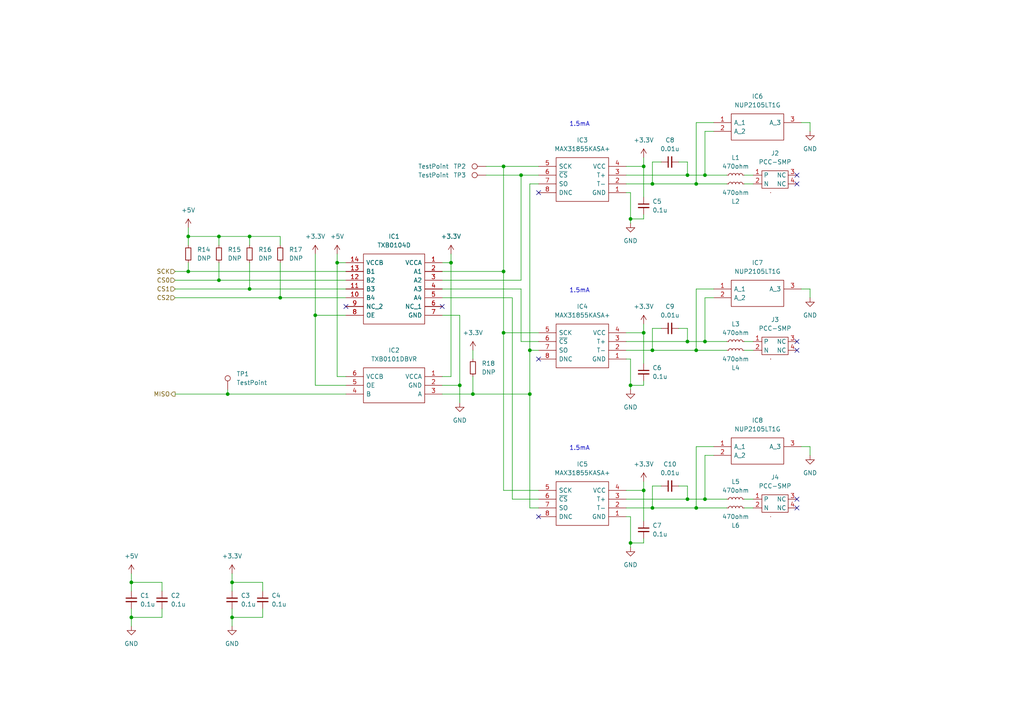
<source format=kicad_sch>
(kicad_sch (version 20211123) (generator eeschema)
  (paper "A4")
  (lib_symbols
    (symbol "Connector:TestPoint" (pin_numbers hide) (pin_names (offset 0.762) hide)
      (property "Reference" "TP" (at 0 6.858 0))
      (property "Value" "TestPoint" (at 0 5.08 0))
      (symbol "TestPoint_0_1"
        (circle (center 0 3.302) (radius 0.762))
      )
      (symbol "TestPoint_1_1"
        (pin passive line (at 0 0 90) (length 2.54) (name "1") (number "1"))
      )
    )
    (symbol "Device:C_Small" (pin_numbers hide) (pin_names (offset 0.254) hide)
      (property "Reference" "C" (at 0.254 1.778 0))
      (property "Value" "C_Small" (at 0.254 -2.032 0))
      (symbol "C_Small_0_1"
        (polyline (pts (xy -1.524 -0.508) (xy 1.524 -0.508)) (stroke (width 0.3302)))
        (polyline (pts (xy -1.524 0.508) (xy 1.524 0.508)) (stroke (width 0.3048)))
      )
      (symbol "C_Small_1_1"
        (pin passive line (at 0 2.54 270) (length 2.032) (name "~") (number "1"))
        (pin passive line (at 0 -2.54 90) (length 2.032) (name "~") (number "2"))
      )
    )
    (symbol "Device:L_Small" (pin_numbers hide) (pin_names (offset 0.254) hide)
      (property "Reference" "L" (at 0.762 1.016 0))
      (property "Value" "L_Small" (at 0.762 -1.016 0))
      (symbol "L_Small_0_1"
        (arc (start 0 -2.032) (mid 0.508 -1.524) (end 0 -1.016))
        (arc (start 0 -1.016) (mid 0.508 -0.508) (end 0 0))
        (arc (start 0 0) (mid 0.508 0.508) (end 0 1.016))
        (arc (start 0 1.016) (mid 0.508 1.524) (end 0 2.032))
      )
      (symbol "L_Small_1_1"
        (pin passive line (at 0 2.54 270) (length 0.508) (name "~") (number "1"))
        (pin passive line (at 0 -2.54 90) (length 0.508) (name "~") (number "2"))
      )
    )
    (symbol "Device:R_Small" (pin_numbers hide) (pin_names (offset 0.254) hide)
      (property "Reference" "R" (at 0.762 0.508 0))
      (property "Value" "R_Small" (at 0.762 -1.016 0))
      (symbol "R_Small_0_1"
        (rectangle (start -0.762 1.778) (end 0.762 -1.778) (stroke (width 0.2032)))
      )
      (symbol "R_Small_1_1"
        (pin passive line (at 0 2.54 270) (length 0.762) (name "~") (number "1"))
        (pin passive line (at 0 -2.54 90) (length 0.762) (name "~") (number "2"))
      )
    )
    (symbol "LibraryLoader:MAX31855KASA+" (pin_names (offset 0.762))
      (property "Reference" "IC" (at 21.59 7.62 0))
      (property "Value" "MAX31855KASA+" (at 21.59 5.08 0))
      (symbol "MAX31855KASA+_0_0"
        (pin passive line (at 0 0 0) (length 5.08) (name "GND") (number "1"))
        (pin passive line (at 0 -2.54 0) (length 5.08) (name "T-") (number "2"))
        (pin passive line (at 0 -5.08 0) (length 5.08) (name "T+") (number "3"))
        (pin passive line (at 0 -7.62 0) (length 5.08) (name "VCC") (number "4"))
        (pin passive line (at 25.4 -7.62 180) (length 5.08) (name "SCK") (number "5"))
        (pin passive line (at 25.4 -5.08 180) (length 5.08) (name "~{CS}") (number "6"))
        (pin passive line (at 25.4 -2.54 180) (length 5.08) (name "SO") (number "7"))
        (pin passive line (at 25.4 0 180) (length 5.08) (name "DNC") (number "8"))
      )
      (symbol "MAX31855KASA+_0_1"
        (polyline (pts (xy 5.08 2.54) (xy 20.32 2.54) (xy 20.32 -10.16) (xy 5.08 -10.16) (xy 5.08 2.54)) (stroke (width 0.1524)))
      )
    )
    (symbol "LibraryLoader:NUP2105LT1G" (pin_names (offset 0.762))
      (property "Reference" "IC" (at 21.59 7.62 0))
      (property "Value" "NUP2105LT1G" (at 21.59 5.08 0))
      (symbol "NUP2105LT1G_0_0"
        (pin passive line (at 0 0 0) (length 5.08) (name "A_1") (number "1"))
        (pin passive line (at 0 -2.54 0) (length 5.08) (name "A_2") (number "2"))
        (pin passive line (at 25.4 0 180) (length 5.08) (name "A_3") (number "3"))
      )
      (symbol "NUP2105LT1G_0_1"
        (polyline (pts (xy 5.08 2.54) (xy 20.32 2.54) (xy 20.32 -5.08) (xy 5.08 -5.08) (xy 5.08 2.54)) (stroke (width 0.1524)))
      )
    )
    (symbol "LibraryLoader:TXB0101DBVR" (pin_names (offset 0.762))
      (property "Reference" "IC" (at 24.13 7.62 0))
      (property "Value" "TXB0101DBVR" (at 24.13 5.08 0))
      (symbol "TXB0101DBVR_0_0"
        (pin passive line (at 0 0 0) (length 5.08) (name "VCCA") (number "1"))
        (pin passive line (at 0 -2.54 0) (length 5.08) (name "GND") (number "2"))
        (pin passive line (at 0 -5.08 0) (length 5.08) (name "A") (number "3"))
        (pin passive line (at 27.94 -5.08 180) (length 5.08) (name "B") (number "4"))
        (pin passive line (at 27.94 -2.54 180) (length 5.08) (name "OE") (number "5"))
        (pin passive line (at 27.94 0 180) (length 5.08) (name "VCCB") (number "6"))
      )
      (symbol "TXB0101DBVR_0_1"
        (polyline (pts (xy 5.08 2.54) (xy 22.86 2.54) (xy 22.86 -7.62) (xy 5.08 -7.62) (xy 5.08 2.54)) (stroke (width 0.1524)))
      )
    )
    (symbol "LibraryLoader:TXB0104D" (pin_names (offset 0.762))
      (property "Reference" "IC" (at 24.13 7.62 0))
      (property "Value" "TXB0104D" (at 24.13 5.08 0))
      (symbol "TXB0104D_0_0"
        (pin passive line (at 0 0 0) (length 5.08) (name "VCCA") (number "1"))
        (pin passive line (at 27.94 -10.16 180) (length 5.08) (name "B4") (number "10"))
        (pin passive line (at 27.94 -7.62 180) (length 5.08) (name "B3") (number "11"))
        (pin passive line (at 27.94 -5.08 180) (length 5.08) (name "B2") (number "12"))
        (pin passive line (at 27.94 -2.54 180) (length 5.08) (name "B1") (number "13"))
        (pin passive line (at 27.94 0 180) (length 5.08) (name "VCCB") (number "14"))
        (pin passive line (at 0 -2.54 0) (length 5.08) (name "A1") (number "2"))
        (pin passive line (at 0 -5.08 0) (length 5.08) (name "A2") (number "3"))
        (pin passive line (at 0 -7.62 0) (length 5.08) (name "A3") (number "4"))
        (pin passive line (at 0 -10.16 0) (length 5.08) (name "A4") (number "5"))
        (pin passive line (at 0 -12.7 0) (length 5.08) (name "NC_1") (number "6"))
        (pin passive line (at 0 -15.24 0) (length 5.08) (name "GND") (number "7"))
        (pin passive line (at 27.94 -15.24 180) (length 5.08) (name "OE") (number "8"))
        (pin passive line (at 27.94 -12.7 180) (length 5.08) (name "NC_2") (number "9"))
      )
      (symbol "TXB0104D_0_1"
        (polyline (pts (xy 5.08 2.54) (xy 22.86 2.54) (xy 22.86 -17.78) (xy 5.08 -17.78) (xy 5.08 2.54)) (stroke (width 0.1524)))
      )
    )
    (symbol "mt_reflowcnt:PCC-SMP"
      (property "Reference" "J" (at 0 3.81 0))
      (property "Value" "PCC-SMP" (at 0 -3.81 0))
      (symbol "PCC-SMP_0_1"
        (rectangle (start -3.81 2.54) (end 3.81 -2.54))
        (rectangle (start -1.27 -3.81) (end -1.27 -3.81))
        (rectangle (start -1.27 -3.81) (end -1.27 -3.81))
        (rectangle (start -1.27 -3.81) (end -1.27 -3.81))
        (rectangle (start -1.27 -3.81) (end -1.27 -3.81))
        (rectangle (start -1.27 -3.81) (end -1.27 -3.81))
      )
      (symbol "PCC-SMP_1_1"
        (pin passive line (at -6.35 1.27 0) (length 2.54) (name "P") (number "1"))
        (pin passive line (at -6.35 -1.27 0) (length 2.54) (name "N") (number "2"))
        (pin free line (at 6.35 1.27 180) (length 2.54) (name "NC") (number "3"))
        (pin free line (at 6.35 -1.27 180) (length 2.54) (name "NC") (number "4"))
      )
    )
    (symbol "power:+3.3V" (power) (pin_names (offset 0))
      (property "Value" "+3.3V" (at 0 3.556 0))
      (symbol "+3.3V_0_1"
        (polyline (pts (xy -0.762 1.27) (xy 0 2.54)))
        (polyline (pts (xy 0 0) (xy 0 2.54)))
        (polyline (pts (xy 0 2.54) (xy 0.762 1.27)))
      )
      (symbol "+3.3V_1_1"
        (pin power_in line (at 0 0 90) (length 0) hide (name "+3.3V") (number "1"))
      )
    )
    (symbol "power:+5V" (power) (pin_names (offset 0))
      (property "Value" "+5V" (at 0 3.556 0))
      (symbol "+5V_0_1"
        (polyline (pts (xy -0.762 1.27) (xy 0 2.54)))
        (polyline (pts (xy 0 0) (xy 0 2.54)))
        (polyline (pts (xy 0 2.54) (xy 0.762 1.27)))
      )
      (symbol "+5V_1_1"
        (pin power_in line (at 0 0 90) (length 0) hide (name "+5V") (number "1"))
      )
    )
    (symbol "power:GND" (power) (pin_names (offset 0))
      (property "Value" "GND" (at 0 -3.81 0))
      (symbol "GND_0_1"
        (polyline (pts (xy 0 0) (xy 0 -1.27) (xy 1.27 -1.27) (xy 0 -2.54) (xy -1.27 -1.27) (xy 0 -1.27)))
      )
      (symbol "GND_1_1"
        (pin power_in line (at 0 0 270) (length 0) hide (name "GND") (number "1"))
      )
    )
  )
  (junction (at 67.31 179.07))
  (junction (at 182.88 111.76))
  (junction (at 38.1 179.07))
  (junction (at 186.69 48.26))
  (junction (at 130.81 76.2))
  (junction (at 204.47 144.78))
  (junction (at 133.35 111.76))
  (junction (at 201.93 53.34))
  (junction (at 146.05 48.26))
  (junction (at 204.47 99.06))
  (junction (at 153.67 114.3))
  (junction (at 54.61 68.58))
  (junction (at 151.13 50.8))
  (junction (at 199.39 99.06))
  (junction (at 186.69 96.52))
  (junction (at 201.93 101.6))
  (junction (at 91.44 91.44))
  (junction (at 189.23 53.34))
  (junction (at 67.31 168.91))
  (junction (at 137.16 114.3))
  (junction (at 199.39 144.78))
  (junction (at 189.23 101.6))
  (junction (at 153.67 101.6))
  (junction (at 97.79 76.2))
  (junction (at 38.1 168.91))
  (junction (at 66.04 114.3))
  (junction (at 204.47 50.8))
  (junction (at 63.5 81.28))
  (junction (at 81.28 86.36))
  (junction (at 201.93 147.32))
  (junction (at 189.23 147.32))
  (junction (at 72.39 83.82))
  (junction (at 182.88 157.48))
  (junction (at 199.39 50.8))
  (junction (at 146.05 78.74))
  (junction (at 186.69 142.24))
  (junction (at 146.05 96.52))
  (junction (at 182.88 63.5))
  (junction (at 72.39 68.58))
  (junction (at 54.61 78.74))
  (junction (at 63.5 68.58))
  (no_connect (at 231.14 53.34))
  (no_connect (at 231.14 101.6))
  (no_connect (at 231.14 99.06))
  (no_connect (at 156.21 149.86))
  (no_connect (at 156.21 104.14))
  (no_connect (at 100.33 88.9))
  (no_connect (at 128.27 88.9))
  (no_connect (at 231.14 147.32))
  (no_connect (at 156.21 55.88))
  (no_connect (at 231.14 50.8))
  (no_connect (at 231.14 144.78))
  (wire (pts (xy 181.61 104.14) (xy 182.88 104.14)))
  (wire (pts (xy 50.8 81.28) (xy 63.5 81.28)))
  (wire (pts (xy 128.27 114.3) (xy 137.16 114.3)))
  (wire (pts (xy 196.85 46.99) (xy 199.39 46.99)))
  (wire (pts (xy 54.61 68.58) (xy 54.61 71.12)))
  (wire (pts (xy 153.67 53.34) (xy 153.67 101.6)))
  (wire (pts (xy 81.28 71.12) (xy 81.28 68.58)))
  (wire (pts (xy 199.39 95.25) (xy 199.39 99.06)))
  (wire (pts (xy 151.13 99.06) (xy 156.21 99.06)))
  (wire (pts (xy 181.61 144.78) (xy 199.39 144.78)))
  (wire (pts (xy 72.39 68.58) (xy 63.5 68.58)))
  (wire (pts (xy 199.39 144.78) (xy 204.47 144.78)))
  (wire (pts (xy 186.69 111.76) (xy 182.88 111.76)))
  (wire (pts (xy 151.13 81.28) (xy 151.13 50.8)))
  (wire (pts (xy 189.23 46.99) (xy 189.23 53.34)))
  (wire (pts (xy 81.28 86.36) (xy 81.28 76.2)))
  (wire (pts (xy 201.93 83.82) (xy 201.93 101.6)))
  (wire (pts (xy 153.67 147.32) (xy 156.21 147.32)))
  (wire (pts (xy 133.35 111.76) (xy 133.35 116.84)))
  (wire (pts (xy 181.61 48.26) (xy 186.69 48.26)))
  (wire (pts (xy 100.33 83.82) (xy 72.39 83.82)))
  (wire (pts (xy 128.27 91.44) (xy 133.35 91.44)))
  (wire (pts (xy 186.69 62.23) (xy 186.69 63.5)))
  (wire (pts (xy 204.47 38.1) (xy 207.01 38.1)))
  (wire (pts (xy 38.1 166.37) (xy 38.1 168.91)))
  (wire (pts (xy 67.31 168.91) (xy 67.31 171.45)))
  (wire (pts (xy 97.79 76.2) (xy 100.33 76.2)))
  (wire (pts (xy 181.61 99.06) (xy 199.39 99.06)))
  (wire (pts (xy 232.41 83.82) (xy 234.95 83.82)))
  (wire (pts (xy 199.39 140.97) (xy 199.39 144.78)))
  (wire (pts (xy 156.21 48.26) (xy 146.05 48.26)))
  (wire (pts (xy 151.13 50.8) (xy 156.21 50.8)))
  (wire (pts (xy 181.61 96.52) (xy 186.69 96.52)))
  (wire (pts (xy 204.47 99.06) (xy 210.82 99.06)))
  (wire (pts (xy 215.9 50.8) (xy 218.44 50.8)))
  (wire (pts (xy 234.95 35.56) (xy 234.95 38.1)))
  (wire (pts (xy 199.39 46.99) (xy 199.39 50.8)))
  (wire (pts (xy 196.85 95.25) (xy 199.39 95.25)))
  (wire (pts (xy 137.16 114.3) (xy 153.67 114.3)))
  (wire (pts (xy 46.99 168.91) (xy 46.99 171.45)))
  (wire (pts (xy 151.13 83.82) (xy 151.13 99.06)))
  (wire (pts (xy 146.05 78.74) (xy 146.05 96.52)))
  (wire (pts (xy 153.67 101.6) (xy 156.21 101.6)))
  (wire (pts (xy 186.69 142.24) (xy 186.69 151.13)))
  (wire (pts (xy 67.31 176.53) (xy 67.31 179.07)))
  (wire (pts (xy 38.1 179.07) (xy 38.1 181.61)))
  (wire (pts (xy 128.27 78.74) (xy 146.05 78.74)))
  (wire (pts (xy 81.28 68.58) (xy 72.39 68.58)))
  (wire (pts (xy 182.88 149.86) (xy 182.88 157.48)))
  (wire (pts (xy 191.77 95.25) (xy 189.23 95.25)))
  (wire (pts (xy 100.33 81.28) (xy 63.5 81.28)))
  (wire (pts (xy 199.39 99.06) (xy 204.47 99.06)))
  (wire (pts (xy 204.47 132.08) (xy 204.47 144.78)))
  (wire (pts (xy 67.31 166.37) (xy 67.31 168.91)))
  (wire (pts (xy 140.97 48.26) (xy 146.05 48.26)))
  (wire (pts (xy 38.1 168.91) (xy 38.1 171.45)))
  (wire (pts (xy 182.88 55.88) (xy 182.88 63.5)))
  (wire (pts (xy 130.81 76.2) (xy 130.81 73.66)))
  (wire (pts (xy 50.8 86.36) (xy 81.28 86.36)))
  (wire (pts (xy 204.47 38.1) (xy 204.47 50.8)))
  (wire (pts (xy 207.01 83.82) (xy 201.93 83.82)))
  (wire (pts (xy 46.99 168.91) (xy 38.1 168.91)))
  (wire (pts (xy 153.67 114.3) (xy 153.67 147.32)))
  (wire (pts (xy 182.88 157.48) (xy 182.88 158.75)))
  (wire (pts (xy 97.79 76.2) (xy 97.79 109.22)))
  (wire (pts (xy 186.69 45.72) (xy 186.69 48.26)))
  (wire (pts (xy 156.21 53.34) (xy 153.67 53.34)))
  (wire (pts (xy 66.04 114.3) (xy 100.33 114.3)))
  (wire (pts (xy 128.27 109.22) (xy 130.81 109.22)))
  (wire (pts (xy 128.27 111.76) (xy 133.35 111.76)))
  (wire (pts (xy 100.33 86.36) (xy 81.28 86.36)))
  (wire (pts (xy 146.05 142.24) (xy 156.21 142.24)))
  (wire (pts (xy 91.44 111.76) (xy 91.44 91.44)))
  (wire (pts (xy 181.61 55.88) (xy 182.88 55.88)))
  (wire (pts (xy 186.69 63.5) (xy 182.88 63.5)))
  (wire (pts (xy 186.69 93.98) (xy 186.69 96.52)))
  (wire (pts (xy 204.47 144.78) (xy 210.82 144.78)))
  (wire (pts (xy 201.93 53.34) (xy 210.82 53.34)))
  (wire (pts (xy 130.81 109.22) (xy 130.81 76.2)))
  (wire (pts (xy 186.69 157.48) (xy 182.88 157.48)))
  (wire (pts (xy 186.69 156.21) (xy 186.69 157.48)))
  (wire (pts (xy 181.61 147.32) (xy 189.23 147.32)))
  (wire (pts (xy 128.27 81.28) (xy 151.13 81.28)))
  (wire (pts (xy 128.27 83.82) (xy 151.13 83.82)))
  (wire (pts (xy 196.85 140.97) (xy 199.39 140.97)))
  (wire (pts (xy 182.88 111.76) (xy 182.88 113.03)))
  (wire (pts (xy 189.23 140.97) (xy 189.23 147.32)))
  (wire (pts (xy 128.27 76.2) (xy 130.81 76.2)))
  (wire (pts (xy 97.79 109.22) (xy 100.33 109.22)))
  (wire (pts (xy 207.01 35.56) (xy 201.93 35.56)))
  (wire (pts (xy 72.39 71.12) (xy 72.39 68.58)))
  (wire (pts (xy 63.5 71.12) (xy 63.5 68.58)))
  (wire (pts (xy 146.05 96.52) (xy 156.21 96.52)))
  (wire (pts (xy 54.61 66.04) (xy 54.61 68.58)))
  (wire (pts (xy 186.69 139.7) (xy 186.69 142.24)))
  (wire (pts (xy 137.16 109.22) (xy 137.16 114.3)))
  (wire (pts (xy 181.61 50.8) (xy 199.39 50.8)))
  (wire (pts (xy 76.2 179.07) (xy 67.31 179.07)))
  (wire (pts (xy 140.97 50.8) (xy 151.13 50.8)))
  (wire (pts (xy 100.33 78.74) (xy 54.61 78.74)))
  (wire (pts (xy 72.39 83.82) (xy 72.39 76.2)))
  (wire (pts (xy 191.77 46.99) (xy 189.23 46.99)))
  (wire (pts (xy 215.9 144.78) (xy 218.44 144.78)))
  (wire (pts (xy 201.93 147.32) (xy 210.82 147.32)))
  (wire (pts (xy 91.44 91.44) (xy 100.33 91.44)))
  (wire (pts (xy 153.67 101.6) (xy 153.67 114.3)))
  (wire (pts (xy 186.69 110.49) (xy 186.69 111.76)))
  (wire (pts (xy 133.35 91.44) (xy 133.35 111.76)))
  (wire (pts (xy 67.31 179.07) (xy 67.31 181.61)))
  (wire (pts (xy 215.9 99.06) (xy 218.44 99.06)))
  (wire (pts (xy 128.27 86.36) (xy 148.59 86.36)))
  (wire (pts (xy 186.69 48.26) (xy 186.69 57.15)))
  (wire (pts (xy 97.79 73.66) (xy 97.79 76.2)))
  (wire (pts (xy 146.05 48.26) (xy 146.05 78.74)))
  (wire (pts (xy 63.5 81.28) (xy 63.5 76.2)))
  (wire (pts (xy 181.61 53.34) (xy 189.23 53.34)))
  (wire (pts (xy 46.99 176.53) (xy 46.99 179.07)))
  (wire (pts (xy 181.61 101.6) (xy 189.23 101.6)))
  (wire (pts (xy 191.77 140.97) (xy 189.23 140.97)))
  (wire (pts (xy 189.23 101.6) (xy 201.93 101.6)))
  (wire (pts (xy 201.93 129.54) (xy 201.93 147.32)))
  (wire (pts (xy 204.47 132.08) (xy 207.01 132.08)))
  (wire (pts (xy 215.9 101.6) (xy 218.44 101.6)))
  (wire (pts (xy 215.9 53.34) (xy 218.44 53.34)))
  (wire (pts (xy 76.2 168.91) (xy 76.2 171.45)))
  (wire (pts (xy 38.1 176.53) (xy 38.1 179.07)))
  (wire (pts (xy 50.8 78.74) (xy 54.61 78.74)))
  (wire (pts (xy 76.2 168.91) (xy 67.31 168.91)))
  (wire (pts (xy 50.8 83.82) (xy 72.39 83.82)))
  (wire (pts (xy 182.88 63.5) (xy 182.88 64.77)))
  (wire (pts (xy 189.23 95.25) (xy 189.23 101.6)))
  (wire (pts (xy 148.59 144.78) (xy 156.21 144.78)))
  (wire (pts (xy 54.61 78.74) (xy 54.61 76.2)))
  (wire (pts (xy 186.69 96.52) (xy 186.69 105.41)))
  (wire (pts (xy 182.88 104.14) (xy 182.88 111.76)))
  (wire (pts (xy 46.99 179.07) (xy 38.1 179.07)))
  (wire (pts (xy 204.47 86.36) (xy 207.01 86.36)))
  (wire (pts (xy 50.8 114.3) (xy 66.04 114.3)))
  (wire (pts (xy 146.05 96.52) (xy 146.05 142.24)))
  (wire (pts (xy 201.93 101.6) (xy 210.82 101.6)))
  (wire (pts (xy 204.47 86.36) (xy 204.47 99.06)))
  (wire (pts (xy 189.23 147.32) (xy 201.93 147.32)))
  (wire (pts (xy 76.2 176.53) (xy 76.2 179.07)))
  (wire (pts (xy 232.41 35.56) (xy 234.95 35.56)))
  (wire (pts (xy 199.39 50.8) (xy 204.47 50.8)))
  (wire (pts (xy 234.95 83.82) (xy 234.95 86.36)))
  (wire (pts (xy 234.95 129.54) (xy 234.95 132.08)))
  (wire (pts (xy 232.41 129.54) (xy 234.95 129.54)))
  (wire (pts (xy 181.61 149.86) (xy 182.88 149.86)))
  (wire (pts (xy 91.44 111.76) (xy 100.33 111.76)))
  (wire (pts (xy 201.93 35.56) (xy 201.93 53.34)))
  (wire (pts (xy 207.01 129.54) (xy 201.93 129.54)))
  (wire (pts (xy 189.23 53.34) (xy 201.93 53.34)))
  (wire (pts (xy 66.04 113.03) (xy 66.04 114.3)))
  (wire (pts (xy 181.61 142.24) (xy 186.69 142.24)))
  (wire (pts (xy 137.16 101.6) (xy 137.16 104.14)))
  (wire (pts (xy 63.5 68.58) (xy 54.61 68.58)))
  (wire (pts (xy 215.9 147.32) (xy 218.44 147.32)))
  (wire (pts (xy 148.59 86.36) (xy 148.59 144.78)))
  (wire (pts (xy 204.47 50.8) (xy 210.82 50.8)))
  (wire (pts (xy 91.44 73.66) (xy 91.44 91.44)))
  (text "1.5mA" (at 165.1 36.83 0) (effects (font (size 1.27 1.27)) (justify left bottom)))
  (text "1.5mA" (at 165.1 130.81 0) (effects (font (size 1.27 1.27)) (justify left bottom)))
  (text "1.5mA" (at 165.1 85.09 0) (effects (font (size 1.27 1.27)) (justify left bottom)))
  (hierarchical_label "CS2" (shape input) (at 50.8 86.36 180))
  (hierarchical_label "CS0" (shape input) (at 50.8 81.28 180))
  (hierarchical_label "CS1" (shape input) (at 50.8 83.82 180))
  (hierarchical_label "SCK" (shape input) (at 50.8 78.74 180))
  (hierarchical_label "MISO" (shape output) (at 50.8 114.3 180))
  (symbol (lib_id "Device:L_Small") (at 213.36 144.78 90) (unit 1)
    (property "Reference" "L5" (at 213.36 139.7 90))
    (property "Value" "470ohm" (at 213.36 142.24 90))
    (property "Footprint" "Inductor_SMD:L_0603_1608Metric_Pad1.05x0.95mm_HandSolder" (effects hide))
  )
  (symbol (lib_id "Device:C_Small") (at 46.99 173.99 0) (unit 1)
    (property "Reference" "C2" (at 49.53 172.7262 0) (effects (justify left)))
    (property "Value" "0.1u" (at 49.53 175.2662 0) (effects (justify left)))
    (property "Footprint" "Capacitor_SMD:C_0805_2012Metric_Pad1.18x1.45mm_HandSolder" (effects hide))
  )
  (symbol (lib_id "Device:L_Small") (at 213.36 147.32 90) (unit 1)
    (property "Reference" "L6" (at 213.36 152.4 90))
    (property "Value" "470ohm" (at 213.36 149.86 90))
    (property "Footprint" "Inductor_SMD:L_0603_1608Metric_Pad1.05x0.95mm_HandSolder" (effects hide))
  )
  (symbol (lib_id "power:+3.3V") (at 130.81 73.66 0) (unit 1)
    (property "Reference" "#PWR028" (effects hide))
    (property "Value" "+3.3V" (at 130.81 68.58 0))
  )
  (symbol (lib_id "power:+3.3V") (at 91.44 73.66 0) (unit 1)
    (property "Reference" "#PWR026" (effects hide))
    (property "Value" "+3.3V" (at 91.44 68.58 0))
  )
  (symbol (lib_id "power:GND") (at 182.88 113.03 0) (unit 1)
    (property "Reference" "#PWR032" (effects hide))
    (property "Value" "GND" (at 182.88 118.11 0))
  )
  (symbol (lib_id "Device:C_Small") (at 67.31 173.99 0) (unit 1)
    (property "Reference" "C3" (at 69.85 172.7262 0) (effects (justify left)))
    (property "Value" "0.1u" (at 69.85 175.2662 0) (effects (justify left)))
    (property "Footprint" "Capacitor_SMD:C_0805_2012Metric_Pad1.18x1.45mm_HandSolder" (effects hide))
  )
  (symbol (lib_id "Device:C_Small") (at 38.1 173.99 0) (unit 1)
    (property "Reference" "C1" (at 40.64 172.7262 0) (effects (justify left)))
    (property "Value" "0.1u" (at 40.64 175.2662 0) (effects (justify left)))
    (property "Footprint" "Capacitor_SMD:C_0805_2012Metric_Pad1.18x1.45mm_HandSolder" (effects hide))
  )
  (symbol (lib_id "LibraryLoader:TXB0101DBVR") (at 128.27 109.22 0) (mirror y) (unit 1)
    (property "Reference" "IC2" (at 114.3 101.6 0))
    (property "Value" "TXB0101DBVR" (at 114.3 104.14 0))
    (property "Footprint" "LibraryLoader:SOT95P280X145-6N" (effects hide))
    (property "Datasheet" "http://www.ti.com/lit/gpn/txb0101" (effects hide))
    (property "Description" "1-Bit Bidirectional Voltage-Level Shifter With Auto Direction Sensing and +/-15-kV ESD Protect" (effects hide))
    (property "Height" "1.45" (effects hide))
    (property "Mouser Part Number" "595-TXB0101DBVR" (effects hide))
    (property "Mouser Price/Stock" "https://www.mouser.co.uk/ProductDetail/Texas-Instruments/TXB0101DBVR?qs=0OHPnBYoB%2FkpWMiQLh%2FsWQ%3D%3D" (effects hide))
    (property "Manufacturer_Name" "Texas Instruments" (effects hide))
    (property "Manufacturer_Part_Number" "TXB0101DBVR" (effects hide))
  )
  (symbol (lib_id "Device:L_Small") (at 213.36 99.06 90) (unit 1)
    (property "Reference" "L3" (at 213.36 93.98 90))
    (property "Value" "470ohm" (at 213.36 96.52 90))
    (property "Footprint" "Inductor_SMD:L_0603_1608Metric_Pad1.05x0.95mm_HandSolder" (effects hide))
  )
  (symbol (lib_id "Device:C_Small") (at 186.69 59.69 0) (unit 1)
    (property "Reference" "C5" (at 189.23 58.4262 0) (effects (justify left)))
    (property "Value" "0.1u" (at 189.23 60.9662 0) (effects (justify left)))
    (property "Footprint" "Capacitor_SMD:C_0805_2012Metric_Pad1.18x1.45mm_HandSolder" (effects hide))
  )
  (symbol (lib_id "power:GND") (at 182.88 158.75 0) (unit 1)
    (property "Reference" "#PWR033" (effects hide))
    (property "Value" "GND" (at 182.88 163.83 0))
  )
  (symbol (lib_id "power:+3.3V") (at 67.31 166.37 0) (unit 1)
    (property "Reference" "#PWR024" (effects hide))
    (property "Value" "+3.3V" (at 67.31 161.29 0))
  )
  (symbol (lib_id "power:GND") (at 234.95 86.36 0) (unit 1)
    (property "Reference" "#PWR038" (effects hide))
    (property "Value" "GND" (at 234.95 91.44 0))
  )
  (symbol (lib_id "Device:C_Small") (at 76.2 173.99 0) (unit 1)
    (property "Reference" "C4" (at 78.74 172.7262 0) (effects (justify left)))
    (property "Value" "0.1u" (at 78.74 175.2662 0) (effects (justify left)))
    (property "Footprint" "Capacitor_SMD:C_0805_2012Metric_Pad1.18x1.45mm_HandSolder" (effects hide))
  )
  (symbol (lib_id "LibraryLoader:NUP2105LT1G") (at 207.01 83.82 0) (unit 1)
    (property "Reference" "IC7" (at 219.71 76.2 0))
    (property "Value" "NUP2105LT1G" (at 219.71 78.74 0))
    (property "Footprint" "LibraryLoader:SOT96P237X111-3N" (effects hide))
    (property "Datasheet" "https://www.onsemi.com/pub/Collateral/NUP2105L-D.PDF" (effects hide))
    (property "Description" "Dual Line CAN Bus Protector" (effects hide))
    (property "Height" "1.11" (effects hide))
    (property "Mouser Part Number" "863-NUP2105LT1G" (effects hide))
    (property "Mouser Price/Stock" "https://www.mouser.co.uk/ProductDetail/onsemi/NUP2105LT1G?qs=ZXBb0xZ9WeDHmiHN%252BYKtYA%3D%3D" (effects hide))
    (property "Manufacturer_Name" "onsemi" (effects hide))
    (property "Manufacturer_Part_Number" "NUP2105LT1G" (effects hide))
  )
  (symbol (lib_id "Device:R_Small") (at 54.61 73.66 0) (unit 1)
    (property "Reference" "R14" (at 57.15 72.3899 0) (effects (justify left)))
    (property "Value" "DNP" (at 57.15 74.9299 0) (effects (justify left)))
    (property "Footprint" "Resistor_SMD:R_0805_2012Metric_Pad1.20x1.40mm_HandSolder" (effects hide))
  )
  (symbol (lib_id "mt_reflowcnt:PCC-SMP") (at 224.79 52.07 0) (unit 1)
    (property "Reference" "J2" (at 224.79 44.45 0))
    (property "Value" "PCC-SMP" (at 224.79 46.99 0))
    (property "Footprint" "mt_reflowcnt:PCC-SMP" (effects hide))
  )
  (symbol (lib_id "power:+3.3V") (at 186.69 45.72 0) (unit 1)
    (property "Reference" "#PWR034" (effects hide))
    (property "Value" "+3.3V" (at 186.69 40.64 0))
  )
  (symbol (lib_id "Device:R_Small") (at 137.16 106.68 0) (unit 1)
    (property "Reference" "R18" (at 139.7 105.4099 0) (effects (justify left)))
    (property "Value" "DNP" (at 139.7 107.9499 0) (effects (justify left)))
    (property "Footprint" "Resistor_SMD:R_0805_2012Metric_Pad1.20x1.40mm_HandSolder" (effects hide))
  )
  (symbol (lib_id "Connector:TestPoint") (at 66.04 113.03 0) (unit 1)
    (property "Reference" "TP1" (at 68.58 108.4579 0) (effects (justify left)))
    (property "Value" "TestPoint" (at 68.58 110.9979 0) (effects (justify left)))
    (property "Footprint" "TestPoint:TestPoint_Pad_D2.0mm" (effects hide))
  )
  (symbol (lib_id "power:GND") (at 38.1 181.61 0) (unit 1)
    (property "Reference" "#PWR022" (effects hide))
    (property "Value" "GND" (at 38.1 186.69 0))
  )
  (symbol (lib_id "power:GND") (at 67.31 181.61 0) (unit 1)
    (property "Reference" "#PWR025" (effects hide))
    (property "Value" "GND" (at 67.31 186.69 0))
  )
  (symbol (lib_id "LibraryLoader:NUP2105LT1G") (at 207.01 129.54 0) (unit 1)
    (property "Reference" "IC8" (at 219.71 121.92 0))
    (property "Value" "NUP2105LT1G" (at 219.71 124.46 0))
    (property "Footprint" "LibraryLoader:SOT96P237X111-3N" (effects hide))
    (property "Datasheet" "https://www.onsemi.com/pub/Collateral/NUP2105L-D.PDF" (effects hide))
    (property "Description" "Dual Line CAN Bus Protector" (effects hide))
    (property "Height" "1.11" (effects hide))
    (property "Mouser Part Number" "863-NUP2105LT1G" (effects hide))
    (property "Mouser Price/Stock" "https://www.mouser.co.uk/ProductDetail/onsemi/NUP2105LT1G?qs=ZXBb0xZ9WeDHmiHN%252BYKtYA%3D%3D" (effects hide))
    (property "Manufacturer_Name" "onsemi" (effects hide))
    (property "Manufacturer_Part_Number" "NUP2105LT1G" (effects hide))
  )
  (symbol (lib_id "power:+5V") (at 38.1 166.37 0) (unit 1)
    (property "Reference" "#PWR021" (effects hide))
    (property "Value" "+5V" (at 38.1 161.29 0))
  )
  (symbol (lib_id "power:+3.3V") (at 137.16 101.6 0) (unit 1)
    (property "Reference" "#PWR030" (effects hide))
    (property "Value" "+3.3V" (at 137.16 96.52 0))
  )
  (symbol (lib_id "power:+5V") (at 97.79 73.66 0) (unit 1)
    (property "Reference" "#PWR027" (effects hide))
    (property "Value" "+5V" (at 97.79 68.58 0))
  )
  (symbol (lib_id "Device:R_Small") (at 63.5 73.66 0) (unit 1)
    (property "Reference" "R15" (at 66.04 72.3899 0) (effects (justify left)))
    (property "Value" "DNP" (at 66.04 74.9299 0) (effects (justify left)))
    (property "Footprint" "Resistor_SMD:R_0805_2012Metric_Pad1.20x1.40mm_HandSolder" (effects hide))
  )
  (symbol (lib_id "Device:L_Small") (at 213.36 101.6 90) (unit 1)
    (property "Reference" "L4" (at 213.36 106.68 90))
    (property "Value" "470ohm" (at 213.36 104.14 90))
    (property "Footprint" "Inductor_SMD:L_0603_1608Metric_Pad1.05x0.95mm_HandSolder" (effects hide))
  )
  (symbol (lib_id "power:GND") (at 182.88 64.77 0) (unit 1)
    (property "Reference" "#PWR031" (effects hide))
    (property "Value" "GND" (at 182.88 69.85 0))
  )
  (symbol (lib_id "Device:C_Small") (at 194.31 46.99 90) (unit 1)
    (property "Reference" "C8" (at 194.3163 40.64 90))
    (property "Value" "0.01u" (at 194.3163 43.18 90))
    (property "Footprint" "Capacitor_SMD:C_0805_2012Metric_Pad1.18x1.45mm_HandSolder" (effects hide))
  )
  (symbol (lib_id "Device:C_Small") (at 194.31 95.25 90) (unit 1)
    (property "Reference" "C9" (at 194.3163 88.9 90))
    (property "Value" "0.01u" (at 194.3163 91.44 90))
    (property "Footprint" "Capacitor_SMD:C_0805_2012Metric_Pad1.18x1.45mm_HandSolder" (effects hide))
  )
  (symbol (lib_id "Device:L_Small") (at 213.36 53.34 90) (unit 1)
    (property "Reference" "L2" (at 213.36 58.42 90))
    (property "Value" "470ohm" (at 213.36 55.88 90))
    (property "Footprint" "Inductor_SMD:L_0603_1608Metric_Pad1.05x0.95mm_HandSolder" (effects hide))
  )
  (symbol (lib_id "LibraryLoader:TXB0104D") (at 128.27 76.2 0) (mirror y) (unit 1)
    (property "Reference" "IC1" (at 114.3 68.58 0))
    (property "Value" "TXB0104D" (at 114.3 71.12 0))
    (property "Footprint" "LibraryLoader:SOIC127P600X175-14N" (effects hide))
    (property "Datasheet" "http://www.ti.com/lit/gpn/txb0104" (effects hide))
    (property "Description" "4-BIT BIDIRECTIONAL VOLTAGE-LEVEL TRANSLATOR  WITH AUTOMATIC DIRECTION SENSING AND +/-15-kV ESD PROTECTION" (effects hide))
    (property "Height" "1.75" (effects hide))
    (property "Mouser Part Number" "595-TXB0104D" (effects hide))
    (property "Mouser Price/Stock" "https://www.mouser.co.uk/ProductDetail/Texas-Instruments/TXB0104D?qs=oFXvjAmG9Eh0u9dpGkn5zg%3D%3D" (effects hide))
    (property "Manufacturer_Name" "Texas Instruments" (effects hide))
    (property "Manufacturer_Part_Number" "TXB0104D" (effects hide))
  )
  (symbol (lib_id "LibraryLoader:MAX31855KASA+") (at 181.61 55.88 180) (unit 1)
    (property "Reference" "IC3" (at 168.91 40.64 0))
    (property "Value" "MAX31855KASA+" (at 168.91 43.18 0))
    (property "Footprint" "LibraryLoader:SOIC127P600X175-8N" (effects hide))
    (property "Datasheet" "https://datasheets.maximintegrated.com/en/ds/MAX31855.pdf" (effects hide))
    (property "Description" "MAX31855KASA+, 14 bit Temperature Sensor +/-2 C SPI 3  3.6 V 8-Pin SOIC" (effects hide))
    (property "Height" "1.75" (effects hide))
    (property "Mouser Part Number" "700-MAX31855KASA+" (effects hide))
    (property "Mouser Price/Stock" "https://www.mouser.co.uk/ProductDetail/Maxim-Integrated/MAX31855KASA%2b?qs=ffX8NcjNb2QF5YDuL5Qj5g%3D%3D" (effects hide))
    (property "Manufacturer_Name" "Maxim Integrated" (effects hide))
    (property "Manufacturer_Part_Number" "MAX31855KASA+" (effects hide))
  )
  (symbol (lib_id "Connector:TestPoint") (at 140.97 48.26 90) (unit 1)
    (property "Reference" "TP2" (at 133.35 48.26 90))
    (property "Value" "TestPoint" (at 125.73 48.26 90))
    (property "Footprint" "TestPoint:TestPoint_Pad_D2.0mm" (effects hide))
  )
  (symbol (lib_id "power:+5V") (at 54.61 66.04 0) (unit 1)
    (property "Reference" "#PWR023" (effects hide))
    (property "Value" "+5V" (at 54.61 60.96 0))
  )
  (symbol (lib_id "power:GND") (at 234.95 38.1 0) (unit 1)
    (property "Reference" "#PWR037" (effects hide))
    (property "Value" "GND" (at 234.95 43.18 0))
  )
  (symbol (lib_id "Device:C_Small") (at 194.31 140.97 90) (unit 1)
    (property "Reference" "C10" (at 194.3163 134.62 90))
    (property "Value" "0.01u" (at 194.3163 137.16 90))
    (property "Footprint" "Capacitor_SMD:C_0805_2012Metric_Pad1.18x1.45mm_HandSolder" (effects hide))
  )
  (symbol (lib_id "Device:R_Small") (at 72.39 73.66 0) (unit 1)
    (property "Reference" "R16" (at 74.93 72.3899 0) (effects (justify left)))
    (property "Value" "DNP" (at 74.93 74.9299 0) (effects (justify left)))
    (property "Footprint" "Resistor_SMD:R_0805_2012Metric_Pad1.20x1.40mm_HandSolder" (effects hide))
  )
  (symbol (lib_id "Device:C_Small") (at 186.69 107.95 0) (unit 1)
    (property "Reference" "C6" (at 189.23 106.6862 0) (effects (justify left)))
    (property "Value" "0.1u" (at 189.23 109.2262 0) (effects (justify left)))
    (property "Footprint" "Capacitor_SMD:C_0805_2012Metric_Pad1.18x1.45mm_HandSolder" (effects hide))
  )
  (symbol (lib_id "Device:R_Small") (at 81.28 73.66 0) (unit 1)
    (property "Reference" "R17" (at 83.82 72.3899 0) (effects (justify left)))
    (property "Value" "DNP" (at 83.82 74.9299 0) (effects (justify left)))
    (property "Footprint" "Resistor_SMD:R_0805_2012Metric_Pad1.20x1.40mm_HandSolder" (effects hide))
  )
  (symbol (lib_id "power:+3.3V") (at 186.69 93.98 0) (unit 1)
    (property "Reference" "#PWR035" (effects hide))
    (property "Value" "+3.3V" (at 186.69 88.9 0))
  )
  (symbol (lib_id "power:GND") (at 234.95 132.08 0) (unit 1)
    (property "Reference" "#PWR039" (effects hide))
    (property "Value" "GND" (at 234.95 137.16 0))
  )
  (symbol (lib_id "LibraryLoader:MAX31855KASA+") (at 181.61 149.86 180) (unit 1)
    (property "Reference" "IC5" (at 168.91 134.62 0))
    (property "Value" "MAX31855KASA+" (at 168.91 137.16 0))
    (property "Footprint" "LibraryLoader:SOIC127P600X175-8N" (effects hide))
    (property "Datasheet" "https://datasheets.maximintegrated.com/en/ds/MAX31855.pdf" (effects hide))
    (property "Description" "MAX31855KASA+, 14 bit Temperature Sensor +/-2 C SPI 3  3.6 V 8-Pin SOIC" (effects hide))
    (property "Height" "1.75" (effects hide))
    (property "Mouser Part Number" "700-MAX31855KASA+" (effects hide))
    (property "Mouser Price/Stock" "https://www.mouser.co.uk/ProductDetail/Maxim-Integrated/MAX31855KASA%2b?qs=ffX8NcjNb2QF5YDuL5Qj5g%3D%3D" (effects hide))
    (property "Manufacturer_Name" "Maxim Integrated" (effects hide))
    (property "Manufacturer_Part_Number" "MAX31855KASA+" (effects hide))
  )
  (symbol (lib_id "power:+3.3V") (at 186.69 139.7 0) (unit 1)
    (property "Reference" "#PWR036" (effects hide))
    (property "Value" "+3.3V" (at 186.69 134.62 0))
  )
  (symbol (lib_id "LibraryLoader:NUP2105LT1G") (at 207.01 35.56 0) (unit 1)
    (property "Reference" "IC6" (at 219.71 27.94 0))
    (property "Value" "NUP2105LT1G" (at 219.71 30.48 0))
    (property "Footprint" "LibraryLoader:SOT96P237X111-3N" (effects hide))
    (property "Datasheet" "https://www.onsemi.com/pub/Collateral/NUP2105L-D.PDF" (effects hide))
    (property "Description" "Dual Line CAN Bus Protector" (effects hide))
    (property "Height" "1.11" (effects hide))
    (property "Mouser Part Number" "863-NUP2105LT1G" (effects hide))
    (property "Mouser Price/Stock" "https://www.mouser.co.uk/ProductDetail/onsemi/NUP2105LT1G?qs=ZXBb0xZ9WeDHmiHN%252BYKtYA%3D%3D" (effects hide))
    (property "Manufacturer_Name" "onsemi" (effects hide))
    (property "Manufacturer_Part_Number" "NUP2105LT1G" (effects hide))
  )
  (symbol (lib_id "mt_reflowcnt:PCC-SMP") (at 224.79 146.05 0) (unit 1)
    (property "Reference" "J4" (at 224.79 138.43 0))
    (property "Value" "PCC-SMP" (at 224.79 140.97 0))
    (property "Footprint" "mt_reflowcnt:PCC-SMP" (effects hide))
  )
  (symbol (lib_id "power:GND") (at 133.35 116.84 0) (unit 1)
    (property "Reference" "#PWR029" (effects hide))
    (property "Value" "GND" (at 133.35 121.92 0))
  )
  (symbol (lib_id "Device:L_Small") (at 213.36 50.8 90) (unit 1)
    (property "Reference" "L1" (at 213.36 45.72 90))
    (property "Value" "470ohm" (at 213.36 48.26 90))
    (property "Footprint" "Inductor_SMD:L_0603_1608Metric_Pad1.05x0.95mm_HandSolder" (effects hide))
  )
  (symbol (lib_id "Connector:TestPoint") (at 140.97 50.8 90) (unit 1)
    (property "Reference" "TP3" (at 133.35 50.8 90))
    (property "Value" "TestPoint" (at 125.73 50.8 90))
    (property "Footprint" "TestPoint:TestPoint_Pad_D2.0mm" (effects hide))
  )
  (symbol (lib_id "mt_reflowcnt:PCC-SMP") (at 224.79 100.33 0) (unit 1)
    (property "Reference" "J3" (at 224.79 92.71 0))
    (property "Value" "PCC-SMP" (at 224.79 95.25 0))
    (property "Footprint" "mt_reflowcnt:PCC-SMP" (effects hide))
  )
  (symbol (lib_id "Device:C_Small") (at 186.69 153.67 0) (unit 1)
    (property "Reference" "C7" (at 189.23 152.4062 0) (effects (justify left)))
    (property "Value" "0.1u" (at 189.23 154.9462 0) (effects (justify left)))
    (property "Footprint" "Capacitor_SMD:C_0805_2012Metric_Pad1.18x1.45mm_HandSolder" (effects hide))
  )
  (symbol (lib_id "LibraryLoader:MAX31855KASA+") (at 181.61 104.14 180) (unit 1)
    (property "Reference" "IC4" (at 168.91 88.9 0))
    (property "Value" "MAX31855KASA+" (at 168.91 91.44 0))
    (property "Footprint" "LibraryLoader:SOIC127P600X175-8N" (effects hide))
    (property "Datasheet" "https://datasheets.maximintegrated.com/en/ds/MAX31855.pdf" (effects hide))
    (property "Description" "MAX31855KASA+, 14 bit Temperature Sensor +/-2 C SPI 3  3.6 V 8-Pin SOIC" (effects hide))
    (property "Height" "1.75" (effects hide))
    (property "Mouser Part Number" "700-MAX31855KASA+" (effects hide))
    (property "Mouser Price/Stock" "https://www.mouser.co.uk/ProductDetail/Maxim-Integrated/MAX31855KASA%2b?qs=ffX8NcjNb2QF5YDuL5Qj5g%3D%3D" (effects hide))
    (property "Manufacturer_Name" "Maxim Integrated" (effects hide))
    (property "Manufacturer_Part_Number" "MAX31855KASA+" (effects hide))
  )
)
</source>
